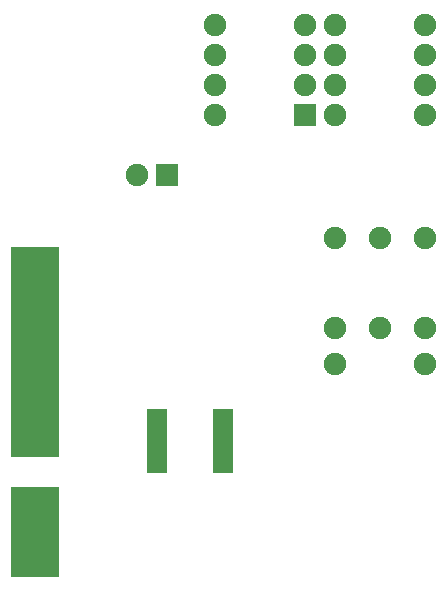
<source format=gbs>
G04 (created by PCBNEW-RS274X (2011-nov-30)-testing) date Fri 09 Dec 2011 12:36:33 PM CST*
G01*
G70*
G90*
%MOIN*%
G04 Gerber Fmt 3.4, Leading zero omitted, Abs format*
%FSLAX34Y34*%
G04 APERTURE LIST*
%ADD10C,0.006000*%
%ADD11C,0.075000*%
%ADD12R,0.070000X0.035000*%
%ADD13R,0.075000X0.075000*%
%ADD14R,0.160000X0.100000*%
G04 APERTURE END LIST*
G54D10*
G54D11*
X10800Y-01300D03*
X13800Y-01300D03*
G54D12*
X07082Y-14284D03*
X07082Y-14540D03*
X07082Y-14796D03*
X07082Y-15052D03*
X07082Y-15308D03*
X07082Y-15564D03*
X07082Y-15820D03*
X07082Y-16076D03*
X04878Y-16076D03*
X04878Y-15820D03*
X04878Y-15564D03*
X04878Y-15308D03*
X04878Y-15052D03*
X04878Y-14796D03*
X04878Y-14540D03*
X04878Y-14284D03*
G54D11*
X10800Y-04300D03*
X13800Y-04300D03*
X13800Y-08400D03*
X13800Y-11400D03*
X12300Y-08400D03*
X12300Y-11400D03*
X10800Y-08400D03*
X10800Y-11400D03*
X10800Y-02300D03*
X13800Y-02300D03*
X10800Y-03300D03*
X13800Y-03300D03*
X13800Y-12600D03*
X10800Y-12600D03*
G54D13*
X09800Y-04300D03*
G54D11*
X09800Y-03300D03*
X09800Y-02300D03*
X09800Y-01300D03*
X06800Y-01300D03*
X06800Y-02300D03*
X06800Y-03300D03*
X06800Y-04300D03*
G54D13*
X05200Y-06300D03*
G54D11*
X04200Y-06300D03*
G54D14*
X00800Y-15200D03*
X00800Y-14200D03*
X00800Y-13200D03*
X00800Y-12200D03*
X00800Y-11200D03*
X00800Y-10200D03*
X00800Y-09200D03*
X00800Y-19200D03*
X00800Y-18200D03*
X00800Y-17200D03*
M02*

</source>
